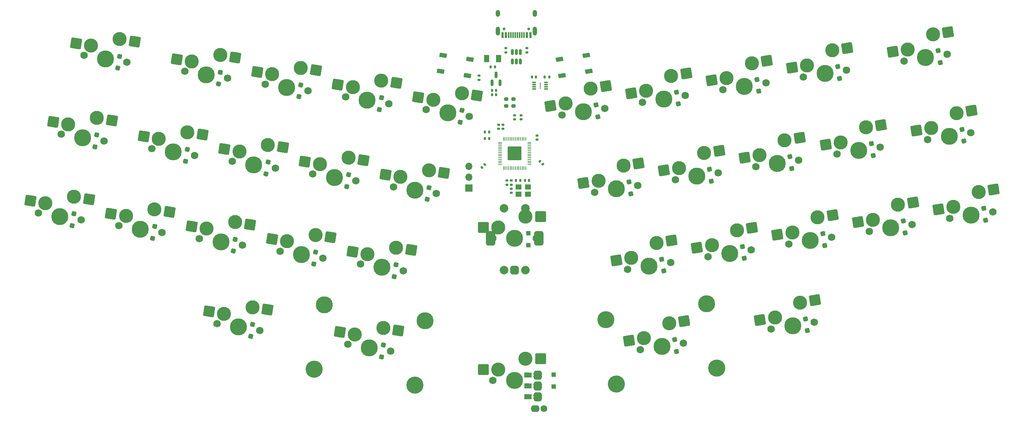
<source format=gbr>
%TF.GenerationSoftware,KiCad,Pcbnew,(7.0.0)*%
%TF.CreationDate,2024-04-21T21:27:47+02:00*%
%TF.ProjectId,clops,636c6f70-732e-46b6-9963-61645f706362,rev?*%
%TF.SameCoordinates,Original*%
%TF.FileFunction,Soldermask,Bot*%
%TF.FilePolarity,Negative*%
%FSLAX46Y46*%
G04 Gerber Fmt 4.6, Leading zero omitted, Abs format (unit mm)*
G04 Created by KiCad (PCBNEW (7.0.0)) date 2024-04-21 21:27:47*
%MOMM*%
%LPD*%
G01*
G04 APERTURE LIST*
G04 Aperture macros list*
%AMRoundRect*
0 Rectangle with rounded corners*
0 $1 Rounding radius*
0 $2 $3 $4 $5 $6 $7 $8 $9 X,Y pos of 4 corners*
0 Add a 4 corners polygon primitive as box body*
4,1,4,$2,$3,$4,$5,$6,$7,$8,$9,$2,$3,0*
0 Add four circle primitives for the rounded corners*
1,1,$1+$1,$2,$3*
1,1,$1+$1,$4,$5*
1,1,$1+$1,$6,$7*
1,1,$1+$1,$8,$9*
0 Add four rect primitives between the rounded corners*
20,1,$1+$1,$2,$3,$4,$5,0*
20,1,$1+$1,$4,$5,$6,$7,0*
20,1,$1+$1,$6,$7,$8,$9,0*
20,1,$1+$1,$8,$9,$2,$3,0*%
%AMRotRect*
0 Rectangle, with rotation*
0 The origin of the aperture is its center*
0 $1 length*
0 $2 width*
0 $3 Rotation angle, in degrees counterclockwise*
0 Add horizontal line*
21,1,$1,$2,0,0,$3*%
%AMFreePoly0*
4,1,6,0.600000,-0.250000,-0.600000,-0.250000,-0.600000,1.000000,0.000000,0.400000,0.600000,1.000000,0.600000,-0.250000,0.600000,-0.250000,$1*%
%AMFreePoly1*
4,1,6,0.600000,0.200000,0.000000,-0.400000,-0.600000,0.200000,-0.600000,0.400000,0.600000,0.400000,0.600000,0.200000,0.600000,0.200000,$1*%
G04 Aperture macros list end*
%ADD10C,0.100000*%
%ADD11C,3.300000*%
%ADD12RoundRect,0.250000X1.025000X1.000000X-1.025000X1.000000X-1.025000X-1.000000X1.025000X-1.000000X0*%
%ADD13C,1.750000*%
%ADD14C,3.987800*%
%ADD15C,4.000000*%
%ADD16R,1.700000X1.700000*%
%ADD17O,1.700000X1.700000*%
%ADD18O,2.100000X1.600000*%
%ADD19FreePoly0,270.000000*%
%ADD20FreePoly1,270.000000*%
%ADD21C,1.600000*%
%ADD22C,2.000000*%
%ADD23RoundRect,0.500000X0.500000X-0.500000X0.500000X0.500000X-0.500000X0.500000X-0.500000X-0.500000X0*%
%ADD24RoundRect,0.550000X0.550000X-1.150000X0.550000X1.150000X-0.550000X1.150000X-0.550000X-1.150000X0*%
%ADD25RoundRect,0.250000X-0.300000X0.300000X-0.300000X-0.300000X0.300000X-0.300000X0.300000X0.300000X0*%
%ADD26RoundRect,0.250000X0.300000X-0.300000X0.300000X0.300000X-0.300000X0.300000X-0.300000X-0.300000X0*%
%ADD27RoundRect,0.250000X0.855946X1.148034X-1.168815X0.827343X-0.855946X-1.148034X1.168815X-0.827343X0*%
%ADD28RoundRect,0.250000X0.249376X-0.343237X0.343237X0.249376X-0.249376X0.343237X-0.343237X-0.249376X0*%
%ADD29RoundRect,0.250000X0.343237X-0.249376X0.249376X0.343237X-0.343237X0.249376X-0.249376X-0.343237X0*%
%ADD30RoundRect,0.140000X0.170000X-0.140000X0.170000X0.140000X-0.170000X0.140000X-0.170000X-0.140000X0*%
%ADD31RoundRect,0.150000X0.150000X-0.587500X0.150000X0.587500X-0.150000X0.587500X-0.150000X-0.587500X0*%
%ADD32RoundRect,0.200000X-0.275000X0.200000X-0.275000X-0.200000X0.275000X-0.200000X0.275000X0.200000X0*%
%ADD33RoundRect,0.135000X-0.185000X0.135000X-0.185000X-0.135000X0.185000X-0.135000X0.185000X0.135000X0*%
%ADD34RoundRect,0.250000X0.375000X0.625000X-0.375000X0.625000X-0.375000X-0.625000X0.375000X-0.625000X0*%
%ADD35RoundRect,0.250000X1.168815X0.827343X-0.855946X1.148034X-1.168815X-0.827343X0.855946X-1.148034X0*%
%ADD36RoundRect,0.135000X0.135000X0.185000X-0.135000X0.185000X-0.135000X-0.185000X0.135000X-0.185000X0*%
%ADD37R,0.900000X0.300000*%
%ADD38R,0.250000X1.650000*%
%ADD39RoundRect,0.140000X-0.021213X0.219203X-0.219203X0.021213X0.021213X-0.219203X0.219203X-0.021213X0*%
%ADD40RotRect,1.700000X1.000000X189.000000*%
%ADD41RoundRect,0.140000X0.140000X0.170000X-0.140000X0.170000X-0.140000X-0.170000X0.140000X-0.170000X0*%
%ADD42RoundRect,0.140000X-0.140000X-0.170000X0.140000X-0.170000X0.140000X0.170000X-0.140000X0.170000X0*%
%ADD43RoundRect,0.140000X-0.170000X0.140000X-0.170000X-0.140000X0.170000X-0.140000X0.170000X0.140000X0*%
%ADD44RoundRect,0.150000X0.150000X-0.512500X0.150000X0.512500X-0.150000X0.512500X-0.150000X-0.512500X0*%
%ADD45RoundRect,0.050000X0.387500X0.050000X-0.387500X0.050000X-0.387500X-0.050000X0.387500X-0.050000X0*%
%ADD46RoundRect,0.050000X0.050000X0.387500X-0.050000X0.387500X-0.050000X-0.387500X0.050000X-0.387500X0*%
%ADD47RoundRect,0.144000X1.456000X1.456000X-1.456000X1.456000X-1.456000X-1.456000X1.456000X-1.456000X0*%
%ADD48R,1.400000X1.200000*%
%ADD49RoundRect,0.140000X-0.219203X-0.021213X-0.021213X-0.219203X0.219203X0.021213X0.021213X0.219203X0*%
%ADD50C,0.650000*%
%ADD51R,0.600000X1.450000*%
%ADD52R,0.300000X1.450000*%
%ADD53O,1.000000X1.600000*%
%ADD54O,1.000000X2.100000*%
%ADD55RotRect,1.700000X1.000000X171.000000*%
%ADD56RoundRect,0.135000X-0.135000X-0.185000X0.135000X-0.185000X0.135000X0.185000X-0.135000X0.185000X0*%
G04 APERTURE END LIST*
%TO.C,EN1*%
G36*
X152185250Y-120999250D02*
G01*
X151169250Y-120999250D01*
X151169250Y-119983250D01*
X152185250Y-119983250D01*
X152185250Y-120999250D01*
G37*
D10*
X152185250Y-120999250D02*
X151169250Y-120999250D01*
X151169250Y-119983250D01*
X152185250Y-119983250D01*
X152185250Y-120999250D01*
G36*
X152185250Y-118459250D02*
G01*
X151169250Y-118459250D01*
X151169250Y-117443250D01*
X152185250Y-117443250D01*
X152185250Y-118459250D01*
G37*
X152185250Y-118459250D02*
X151169250Y-118459250D01*
X151169250Y-117443250D01*
X152185250Y-117443250D01*
X152185250Y-118459250D01*
G36*
X152185250Y-115919250D02*
G01*
X151169250Y-115919250D01*
X151169250Y-114903250D01*
X152185250Y-114903250D01*
X152185250Y-115919250D01*
G37*
X152185250Y-115919250D02*
X151169250Y-115919250D01*
X151169250Y-114903250D01*
X152185250Y-114903250D01*
X152185250Y-115919250D01*
%TD*%
D11*
%TO.C,MX34*%
X150971250Y-111601250D03*
D12*
X154521250Y-111601250D03*
X141071250Y-114141250D03*
D11*
X144621250Y-114141250D03*
D13*
X143351250Y-116681250D03*
D14*
X148431250Y-116681250D03*
%TD*%
D15*
%TO.C,S1*%
X125107317Y-117753082D03*
D14*
X127491378Y-102700712D03*
D15*
X101587988Y-114027986D03*
D14*
X103972049Y-98975616D03*
%TD*%
D16*
%TO.C,SWD1*%
X137715624Y-71596249D03*
D17*
X137715624Y-69056249D03*
X137715624Y-66516249D03*
%TD*%
D18*
%TO.C,EN1*%
X153806249Y-120753249D03*
D19*
X150915250Y-120491250D03*
D20*
X151931250Y-120491250D03*
D18*
X153806249Y-120229249D03*
X153806249Y-118213249D03*
D19*
X150915250Y-117951250D03*
D20*
X151931250Y-117951250D03*
D18*
X153806249Y-117689249D03*
X153806249Y-115673249D03*
D19*
X150915250Y-115411250D03*
D20*
X151931250Y-115411250D03*
D18*
X153806249Y-115149249D03*
D21*
X155281250Y-123229250D03*
D18*
X153181249Y-123229249D03*
%TD*%
D22*
%TO.C,SW2*%
X145931250Y-90843750D03*
X150931250Y-90843750D03*
D23*
X148431250Y-90843750D03*
D24*
X142831250Y-83343750D03*
X154031250Y-83343750D03*
D22*
X150931250Y-76343750D03*
X145931250Y-76343750D03*
%TD*%
D15*
%TO.C,S2*%
X195673342Y-113725889D03*
D14*
X193289281Y-98673519D03*
D15*
X172154013Y-117450985D03*
D14*
X169769952Y-102398615D03*
%TD*%
D25*
%TO.C,D34*%
X157559375Y-115281250D03*
X157559375Y-118081250D03*
%TD*%
D26*
%TO.C,D33*%
X151606250Y-85016250D03*
X151606250Y-82216250D03*
%TD*%
D13*
%TO.C,MX9*%
X225936365Y-43998026D03*
D14*
X220918908Y-44792713D03*
D13*
X215901451Y-45587400D03*
D11*
X216758472Y-42880000D03*
D27*
X213252178Y-43435342D03*
X226139243Y-38822570D03*
D11*
X222632949Y-39377913D03*
%TD*%
D28*
%TO.C,D15*%
X127975664Y-74251782D03*
X128413680Y-71486254D03*
%TD*%
D13*
%TO.C,MX36*%
X218413064Y-103051982D03*
D14*
X213395607Y-103846669D03*
D13*
X208378150Y-104641356D03*
D11*
X209235171Y-101933956D03*
D27*
X205728877Y-102489298D03*
X218615942Y-97876526D03*
D11*
X215109648Y-98431869D03*
%TD*%
D29*
%TO.C,D10*%
X247835784Y-42222847D03*
X247397768Y-39457319D03*
%TD*%
%TO.C,D28*%
X220868876Y-85068907D03*
X220430860Y-82303379D03*
%TD*%
D30*
%TO.C,C4*%
X145665500Y-57741018D03*
X145665500Y-56781018D03*
%TD*%
D31*
%TO.C,U4*%
X145015625Y-46975000D03*
X143115625Y-46975000D03*
X144065625Y-45100000D03*
%TD*%
D32*
%TO.C,R6*%
X146446875Y-50768750D03*
X146446875Y-52418750D03*
%TD*%
D33*
%TO.C,R1*%
X140096875Y-45243750D03*
X140096875Y-46263750D03*
%TD*%
D13*
%TO.C,MX20*%
X254975858Y-58686083D03*
D14*
X249958401Y-59480770D03*
D13*
X244940944Y-60275457D03*
D11*
X245797965Y-57568057D03*
D27*
X242291671Y-58123399D03*
X255178736Y-53510627D03*
D11*
X251672442Y-54065970D03*
%TD*%
D34*
%TO.C,F1*%
X144671875Y-41275000D03*
X141871875Y-41275000D03*
%TD*%
D13*
%TO.C,MX31*%
X88879701Y-104941162D03*
D14*
X83862244Y-104146475D03*
D13*
X78844787Y-103351788D03*
D11*
X80496495Y-101041731D03*
D35*
X76990201Y-100486389D03*
X90671953Y-100081704D03*
D11*
X87165659Y-99526362D03*
%TD*%
D28*
%TO.C,D23*%
X82660796Y-86362072D03*
X83098812Y-83596544D03*
%TD*%
D36*
%TO.C,R9*%
X156481875Y-45643750D03*
X155461875Y-45643750D03*
%TD*%
D37*
%TO.C,IC1*%
X155784374Y-46874999D03*
X155784374Y-47374999D03*
X155784374Y-47874999D03*
X155784374Y-48374999D03*
X152984374Y-48374999D03*
X152984374Y-47874999D03*
X152984374Y-47374999D03*
X152984374Y-46874999D03*
D38*
X154384374Y-47624999D03*
%TD*%
D29*
%TO.C,D29*%
X239684340Y-82088831D03*
X239246324Y-79323303D03*
%TD*%
D33*
%TO.C,R3*%
X146319875Y-38855480D03*
X146319875Y-39875480D03*
%TD*%
D29*
%TO.C,D20*%
X253355948Y-60636000D03*
X252917932Y-57870472D03*
%TD*%
D33*
%TO.C,R4*%
X151272875Y-38855480D03*
X151272875Y-39875480D03*
%TD*%
D28*
%TO.C,D32*%
X117311645Y-111137688D03*
X117749661Y-108372160D03*
%TD*%
D29*
%TO.C,D18*%
X213184934Y-66998464D03*
X212746918Y-64232936D03*
%TD*%
%TO.C,D9*%
X224316455Y-45947943D03*
X223878439Y-43182415D03*
%TD*%
D13*
%TO.C,MX15*%
X130118847Y-72897880D03*
D14*
X125101390Y-72103193D03*
D13*
X120083933Y-71308506D03*
D11*
X121735641Y-68998449D03*
D35*
X118229347Y-68443107D03*
X131911099Y-68038422D03*
D11*
X128404805Y-67483080D03*
%TD*%
D13*
%TO.C,MX5*%
X137802789Y-54827436D03*
D14*
X132785332Y-54032749D03*
D13*
X127767875Y-53238062D03*
D11*
X129419583Y-50928005D03*
D35*
X125913289Y-50372663D03*
X139595041Y-49967978D03*
D11*
X136088747Y-49412636D03*
%TD*%
D39*
%TO.C,C11*%
X141464661Y-66081482D03*
X140785839Y-66760304D03*
%TD*%
D28*
%TO.C,D2*%
X79213217Y-47241108D03*
X79651233Y-44475580D03*
%TD*%
D30*
%TO.C,C8*%
X144649500Y-57741018D03*
X144649500Y-56781018D03*
%TD*%
D28*
%TO.C,D1*%
X55693889Y-43516013D03*
X56131905Y-40750485D03*
%TD*%
D40*
%TO.C,SW4*%
X165135867Y-40493123D03*
X158913430Y-41478660D03*
X165730318Y-44246338D03*
X159507881Y-45231875D03*
%TD*%
D13*
%TO.C,MX29*%
X241304250Y-80138914D03*
D14*
X236286793Y-80933601D03*
D13*
X231269336Y-81728288D03*
D11*
X232126357Y-79020888D03*
D27*
X228620063Y-79576230D03*
X241507128Y-74963458D03*
D11*
X238000834Y-75518801D03*
%TD*%
D28*
%TO.C,D11*%
X50361879Y-61958966D03*
X50799895Y-59193438D03*
%TD*%
%TO.C,D24*%
X101476258Y-89342149D03*
X101914274Y-86576621D03*
%TD*%
D41*
%TO.C,C17*%
X144069875Y-49723375D03*
X143109875Y-49723375D03*
%TD*%
D28*
%TO.C,D13*%
X90344738Y-68291629D03*
X90782754Y-65526101D03*
%TD*%
D30*
%TO.C,C13*%
X148431250Y-55547250D03*
X148431250Y-54587250D03*
%TD*%
D28*
%TO.C,D4*%
X116844143Y-53201261D03*
X117282159Y-50435733D03*
%TD*%
D42*
%TO.C,C16*%
X142823625Y-43243500D03*
X143783625Y-43243500D03*
%TD*%
D43*
%TO.C,C10*%
X147597984Y-69849030D03*
X147597984Y-70809030D03*
%TD*%
D28*
%TO.C,D12*%
X71529275Y-65311552D03*
X71967291Y-62546024D03*
%TD*%
D29*
%TO.C,D7*%
X186685529Y-51908096D03*
X186247513Y-49142568D03*
%TD*%
D30*
%TO.C,C15*%
X153666500Y-60281018D03*
X153666500Y-59321018D03*
%TD*%
D29*
%TO.C,D16*%
X175554009Y-72958617D03*
X175115993Y-70193089D03*
%TD*%
D44*
%TO.C,U2*%
X149778125Y-42011105D03*
X148828125Y-42011105D03*
X147878125Y-42011105D03*
X147878125Y-39736105D03*
X148828125Y-39736105D03*
X149778125Y-39736105D03*
%TD*%
D13*
%TO.C,MX26*%
X184857861Y-89079144D03*
D14*
X179840404Y-89873831D03*
D13*
X174822947Y-90668518D03*
D11*
X175679968Y-87961118D03*
D27*
X172173674Y-88516460D03*
X185060739Y-83903688D03*
D11*
X181554445Y-84459031D03*
%TD*%
D43*
%TO.C,C6*%
X146604234Y-69849030D03*
X146604234Y-70809030D03*
%TD*%
D29*
%TO.C,D6*%
X167870067Y-54888173D03*
X167432051Y-52122645D03*
%TD*%
D13*
%TO.C,MX21*%
X47173053Y-79048018D03*
D14*
X42155596Y-78253331D03*
D13*
X37138139Y-77458644D03*
D11*
X38789847Y-75148587D03*
D35*
X35283553Y-74593245D03*
X48965305Y-74188560D03*
D11*
X45459011Y-73633218D03*
%TD*%
D13*
%TO.C,MX25*%
X122434904Y-90968324D03*
D14*
X117417447Y-90173637D03*
D13*
X112399990Y-89378950D03*
D11*
X114051698Y-87068893D03*
D35*
X110545404Y-86513551D03*
X124227156Y-86108866D03*
D11*
X120720862Y-85553524D03*
%TD*%
D13*
%TO.C,MX3*%
X100171863Y-48867283D03*
D14*
X95154406Y-48072596D03*
D13*
X90136949Y-47277909D03*
D11*
X91788657Y-44967852D03*
D35*
X88282363Y-44412510D03*
X101964115Y-44007825D03*
D11*
X98457821Y-43452483D03*
%TD*%
D13*
%TO.C,MX10*%
X249455694Y-40272931D03*
D14*
X244438237Y-41067618D03*
D13*
X239420780Y-41862305D03*
D11*
X240277801Y-39154905D03*
D27*
X236771507Y-39710247D03*
X249658572Y-35097475D03*
D11*
X246152278Y-35652818D03*
%TD*%
D13*
%TO.C,MX35*%
X187837938Y-107894607D03*
D14*
X182820481Y-108689294D03*
D13*
X177803024Y-109483981D03*
D11*
X178660045Y-106776581D03*
D27*
X175153751Y-107331923D03*
X188040816Y-102719151D03*
D11*
X184534522Y-103274494D03*
%TD*%
D29*
%TO.C,D27*%
X202053414Y-88048984D03*
X201615398Y-85283456D03*
%TD*%
D28*
%TO.C,D21*%
X45029870Y-80401919D03*
X45467886Y-77636391D03*
%TD*%
D13*
%TO.C,MX23*%
X84803978Y-85008171D03*
D14*
X79786521Y-84213484D03*
D13*
X74769064Y-83418797D03*
D11*
X76420772Y-81108740D03*
D35*
X72914478Y-80553398D03*
X86596230Y-80148713D03*
D11*
X83089936Y-79593371D03*
%TD*%
D13*
%TO.C,MX14*%
X111303384Y-69917804D03*
D14*
X106285927Y-69123117D03*
D13*
X101268470Y-68328430D03*
D11*
X102920178Y-66018373D03*
D35*
X99413884Y-65463031D03*
X113095636Y-65058346D03*
D11*
X109589342Y-64503004D03*
%TD*%
D13*
%TO.C,MX33*%
X153511250Y-83343750D03*
D14*
X148431250Y-83343750D03*
D13*
X143351250Y-83343750D03*
D11*
X144621250Y-80803750D03*
D12*
X141071250Y-80803750D03*
X154521250Y-78263750D03*
D11*
X150971250Y-78263750D03*
%TD*%
D28*
%TO.C,D22*%
X63845333Y-83381996D03*
X64283349Y-80616468D03*
%TD*%
D13*
%TO.C,MX2*%
X81356400Y-45887207D03*
D14*
X76338943Y-45092520D03*
D13*
X71321486Y-44297833D03*
D11*
X72973194Y-41987776D03*
D35*
X69466900Y-41432434D03*
X83148652Y-41027749D03*
D11*
X79642358Y-40472407D03*
%TD*%
D13*
%TO.C,MX6*%
X169489977Y-52938256D03*
D14*
X164472520Y-53732943D03*
D13*
X159455063Y-54527630D03*
D11*
X160312084Y-51820230D03*
D27*
X156805790Y-52375572D03*
X169692855Y-47762800D03*
D11*
X166186561Y-48318143D03*
%TD*%
D30*
%TO.C,C5*%
X149955250Y-55547250D03*
X149955250Y-54587250D03*
%TD*%
D29*
%TO.C,D17*%
X194369472Y-69978540D03*
X193931456Y-67213012D03*
%TD*%
%TO.C,D19*%
X232188552Y-63988586D03*
X231750536Y-61223058D03*
%TD*%
%TO.C,D26*%
X183237951Y-91029060D03*
X182799935Y-88263532D03*
%TD*%
D41*
%TO.C,C2*%
X151775625Y-69818250D03*
X150815625Y-69818250D03*
%TD*%
%TO.C,C9*%
X142434250Y-60039250D03*
X141474250Y-60039250D03*
%TD*%
D28*
%TO.C,D25*%
X120291721Y-92322225D03*
X120729737Y-89556697D03*
%TD*%
D42*
%TO.C,C7*%
X143109875Y-48707375D03*
X144069875Y-48707375D03*
%TD*%
D30*
%TO.C,C3*%
X147632750Y-72727018D03*
X147632750Y-71767018D03*
%TD*%
D28*
%TO.C,D3*%
X98028680Y-50221185D03*
X98466696Y-47455657D03*
%TD*%
D32*
%TO.C,R5*%
X148097875Y-50768750D03*
X148097875Y-52418750D03*
%TD*%
D13*
%TO.C,MX19*%
X233808462Y-62038669D03*
D14*
X228791005Y-62833356D03*
D13*
X223773548Y-63628043D03*
D11*
X224630569Y-60920643D03*
D27*
X221124275Y-61475985D03*
X234011340Y-56863213D03*
D11*
X230505046Y-57418556D03*
%TD*%
D28*
%TO.C,D5*%
X135659606Y-56181338D03*
X136097622Y-53415810D03*
%TD*%
D29*
%TO.C,D35*%
X186218028Y-109844523D03*
X185780012Y-107078995D03*
%TD*%
D13*
%TO.C,MX24*%
X103619441Y-87988247D03*
D14*
X98601984Y-87193560D03*
D13*
X93584527Y-86398873D03*
D11*
X95236235Y-84088816D03*
D35*
X91729941Y-83533474D03*
X105411693Y-83128789D03*
D11*
X101905399Y-82573447D03*
%TD*%
D13*
%TO.C,MX18*%
X214804844Y-65048547D03*
D14*
X209787387Y-65843234D03*
D13*
X204769930Y-66637921D03*
D11*
X205626951Y-63930521D03*
D27*
X202120657Y-64485863D03*
X215007722Y-59873091D03*
D11*
X211501428Y-60428434D03*
%TD*%
D13*
%TO.C,MX30*%
X260119713Y-77158837D03*
D14*
X255102256Y-77953524D03*
D13*
X250084799Y-78748211D03*
D11*
X250941820Y-76040811D03*
D27*
X247435526Y-76596153D03*
X260322591Y-71983381D03*
D11*
X256816297Y-72538724D03*
%TD*%
D45*
%TO.C,U3*%
X151868750Y-60900000D03*
X151868750Y-61300000D03*
X151868750Y-61700000D03*
X151868750Y-62100000D03*
X151868750Y-62500000D03*
X151868750Y-62900000D03*
X151868750Y-63300000D03*
X151868750Y-63700000D03*
X151868750Y-64100000D03*
X151868750Y-64500000D03*
X151868750Y-64900000D03*
X151868750Y-65300000D03*
X151868750Y-65700000D03*
X151868750Y-66100000D03*
D46*
X151031250Y-66937500D03*
X150631250Y-66937500D03*
X150231250Y-66937500D03*
X149831250Y-66937500D03*
X149431250Y-66937500D03*
X149031250Y-66937500D03*
X148631250Y-66937500D03*
X148231250Y-66937500D03*
X147831250Y-66937500D03*
X147431250Y-66937500D03*
X147031250Y-66937500D03*
X146631250Y-66937500D03*
X146231250Y-66937500D03*
X145831250Y-66937500D03*
D45*
X144993750Y-66100000D03*
X144993750Y-65700000D03*
X144993750Y-65300000D03*
X144993750Y-64900000D03*
X144993750Y-64500000D03*
X144993750Y-64100000D03*
X144993750Y-63700000D03*
X144993750Y-63300000D03*
X144993750Y-62900000D03*
X144993750Y-62500000D03*
X144993750Y-62100000D03*
X144993750Y-61700000D03*
X144993750Y-61300000D03*
X144993750Y-60900000D03*
D46*
X145831250Y-60062500D03*
X146231250Y-60062500D03*
X146631250Y-60062500D03*
X147031250Y-60062500D03*
X147431250Y-60062500D03*
X147831250Y-60062500D03*
X148231250Y-60062500D03*
X148631250Y-60062500D03*
X149031250Y-60062500D03*
X149431250Y-60062500D03*
X149831250Y-60062500D03*
X150231250Y-60062500D03*
X150631250Y-60062500D03*
X151031250Y-60062500D03*
D47*
X148431250Y-63500000D03*
%TD*%
D13*
%TO.C,MX16*%
X177173919Y-71008700D03*
D14*
X172156462Y-71803387D03*
D13*
X167139005Y-72598074D03*
D11*
X167996026Y-69890674D03*
D27*
X164489732Y-70446016D03*
X177376797Y-65833244D03*
D11*
X173870503Y-66388587D03*
%TD*%
D29*
%TO.C,D8*%
X205500991Y-48928020D03*
X205062975Y-46162492D03*
%TD*%
D13*
%TO.C,MX8*%
X207120902Y-46978103D03*
D14*
X202103445Y-47772790D03*
D13*
X197085988Y-48567477D03*
D11*
X197943009Y-45860077D03*
D27*
X194436715Y-46415419D03*
X207323780Y-41802647D03*
D11*
X203817486Y-42357990D03*
%TD*%
D28*
%TO.C,D31*%
X86736518Y-106295064D03*
X87174534Y-103529536D03*
%TD*%
D13*
%TO.C,MX32*%
X119454828Y-109783787D03*
D14*
X114437371Y-108989100D03*
D13*
X109419914Y-108194413D03*
D11*
X111071622Y-105884356D03*
D35*
X107565328Y-105329014D03*
X121247080Y-104924329D03*
D11*
X117740786Y-104368987D03*
%TD*%
D41*
%TO.C,C18*%
X153376875Y-45643750D03*
X152416875Y-45643750D03*
%TD*%
D48*
%TO.C,Y1*%
X149315624Y-71381249D03*
X151515624Y-71381249D03*
X151515624Y-73081249D03*
X149315624Y-73081249D03*
%TD*%
D13*
%TO.C,MX4*%
X118987326Y-51847360D03*
D14*
X113969869Y-51052673D03*
D13*
X108952412Y-50257986D03*
D11*
X110604120Y-47947929D03*
D35*
X107097826Y-47392587D03*
X120779578Y-46987902D03*
D11*
X117273284Y-46432560D03*
%TD*%
D13*
%TO.C,MX17*%
X195989382Y-68028623D03*
D14*
X190971925Y-68823310D03*
D13*
X185954468Y-69617997D03*
D11*
X186811489Y-66910597D03*
D27*
X183305195Y-67465939D03*
X196192260Y-62853167D03*
D11*
X192685966Y-63408510D03*
%TD*%
D13*
%TO.C,MX27*%
X203673324Y-86099067D03*
D14*
X198655867Y-86893754D03*
D13*
X193638410Y-87688441D03*
D11*
X194495431Y-84981041D03*
D27*
X190989137Y-85536383D03*
X203876202Y-80923611D03*
D11*
X200369908Y-81478954D03*
%TD*%
D49*
%TO.C,C12*%
X154343089Y-65303607D03*
X155021911Y-65982429D03*
%TD*%
D13*
%TO.C,MX7*%
X188305440Y-49958180D03*
D14*
X183287983Y-50752867D03*
D13*
X178270526Y-51547554D03*
D11*
X179127547Y-48840154D03*
D27*
X175621253Y-49395496D03*
X188508318Y-44782724D03*
D11*
X185002024Y-45338067D03*
%TD*%
D50*
%TO.C,J1*%
X145938125Y-34350000D03*
X151718125Y-34350000D03*
D51*
X145578124Y-35794999D03*
X146378124Y-35794999D03*
D52*
X147578124Y-35794999D03*
X148578124Y-35794999D03*
X149078124Y-35794999D03*
X150078124Y-35794999D03*
D51*
X151278124Y-35794999D03*
X152078124Y-35794999D03*
X152078124Y-35794999D03*
X151278124Y-35794999D03*
D52*
X150578124Y-35794999D03*
X149578124Y-35794999D03*
X148078124Y-35794999D03*
X147078124Y-35794999D03*
D51*
X146378124Y-35794999D03*
X145578124Y-35794999D03*
D53*
X144508124Y-30699999D03*
D54*
X144508124Y-34879999D03*
D53*
X153148124Y-30699999D03*
D54*
X153148124Y-34879999D03*
%TD*%
D55*
%TO.C,SWR1*%
X137949068Y-41478660D03*
X131726631Y-40493123D03*
X137354617Y-45231875D03*
X131132180Y-44246338D03*
%TD*%
D13*
%TO.C,MX13*%
X92487921Y-66937727D03*
D14*
X87470464Y-66143040D03*
D13*
X82453007Y-65348353D03*
D11*
X84104715Y-63038296D03*
D35*
X80598421Y-62482954D03*
X94280173Y-62078269D03*
D11*
X90773879Y-61522927D03*
%TD*%
D29*
%TO.C,D30*%
X258499803Y-79108754D03*
X258061787Y-76343226D03*
%TD*%
D13*
%TO.C,MX12*%
X73672458Y-63957650D03*
D14*
X68655001Y-63162963D03*
D13*
X63637544Y-62368276D03*
D11*
X65289252Y-60058219D03*
D35*
X61782958Y-59502877D03*
X75464710Y-59098192D03*
D11*
X71958416Y-58542850D03*
%TD*%
D13*
%TO.C,MX11*%
X52505062Y-60605064D03*
D14*
X47487605Y-59810377D03*
D13*
X42470148Y-59015690D03*
D11*
X44121856Y-56705633D03*
D35*
X40615562Y-56150291D03*
X54297314Y-55745606D03*
D11*
X50791020Y-55190264D03*
%TD*%
D13*
%TO.C,MX28*%
X222488786Y-83118991D03*
D14*
X217471329Y-83913678D03*
D13*
X212453872Y-84708365D03*
D11*
X213310893Y-82000965D03*
D27*
X209804599Y-82556307D03*
X222691664Y-77943535D03*
D11*
X219185370Y-78498878D03*
%TD*%
D13*
%TO.C,MX22*%
X65988516Y-82028094D03*
D14*
X60971059Y-81233407D03*
D13*
X55953602Y-80438720D03*
D11*
X57605310Y-78128663D03*
D35*
X54099016Y-77573321D03*
X67780768Y-77168636D03*
D11*
X64274474Y-76613294D03*
%TD*%
D56*
%TO.C,R7*%
X148710250Y-69818250D03*
X149730250Y-69818250D03*
%TD*%
D29*
%TO.C,D36*%
X216793154Y-105001899D03*
X216355138Y-102236371D03*
%TD*%
D28*
%TO.C,D14*%
X109160201Y-71271705D03*
X109598217Y-68506177D03*
%TD*%
D13*
%TO.C,MX1*%
X57837072Y-42162111D03*
D14*
X52819615Y-41367424D03*
D13*
X47802158Y-40572737D03*
D11*
X49453866Y-38262680D03*
D35*
X45947572Y-37707338D03*
X59629324Y-37302653D03*
D11*
X56123030Y-36747311D03*
%TD*%
D41*
%TO.C,C14*%
X142434250Y-58515250D03*
X141474250Y-58515250D03*
%TD*%
M02*

</source>
